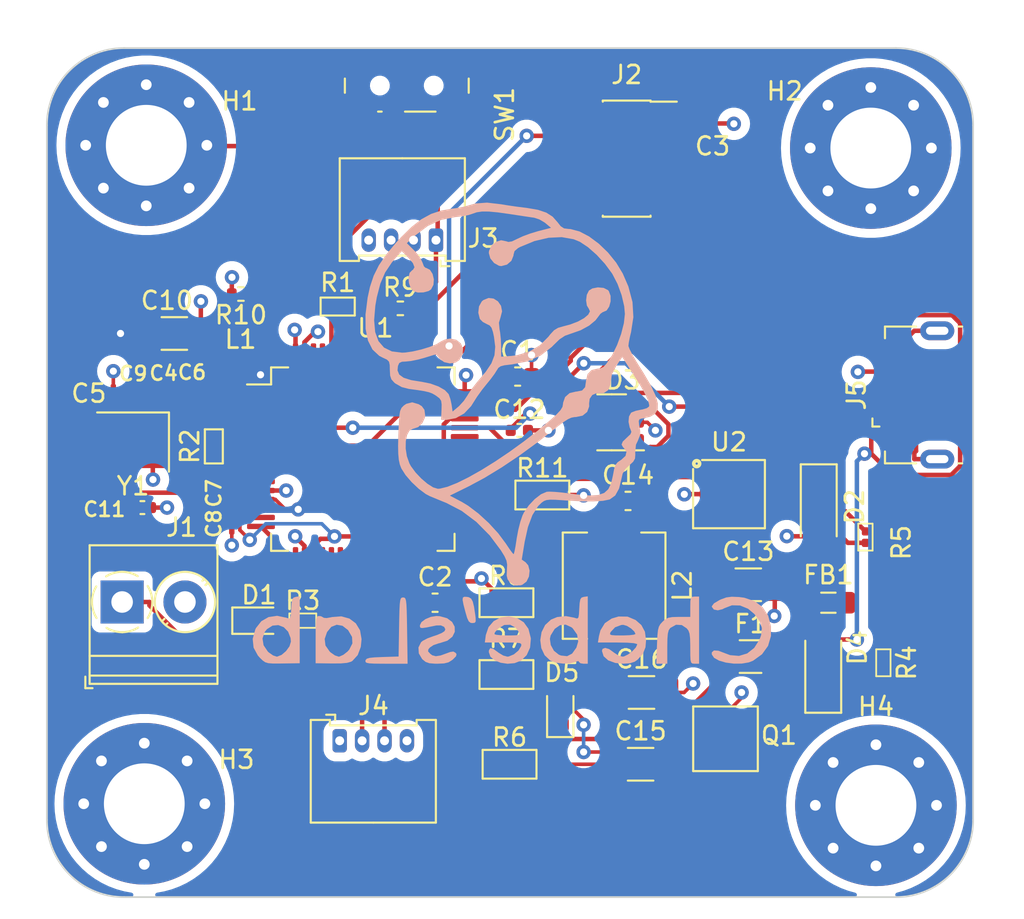
<source format=kicad_pcb>
(kicad_pcb (version 20221018) (generator pcbnew)
  (layers (0 "F.Cu" signal) (1 "In1.Cu" power) (2 "In2.Cu" power) (31 "B.Cu" signal) (34 "B.Paste" user) (35 "F.Paste" user) (36 "B.SilkS" user "B.Silkscreen") (37 "F.SilkS" user "F.Silkscreen") (38 "B.Mask" user) (39 "F.Mask" user) (44 "Edge.Cuts" user))
  (net 0 "")
  (net 1 "Net-(U1-VCAP_2)")
  (net 2 "GND")
  (net 3 "Net-(U1-VCAP_1)")
  (net 4 "+3.3V")
  (net 5 "+3.3VA")
  (net 6 "Net-(C11-Pad1)")
  (net 7 "HSE_IN")
  (net 8 "BUCK_IN")
  (net 9 "BUCK_SW")
  (net 10 "BUCK_BST")
  (net 11 "Net-(D1-K)")
  (net 12 "LED_STATUS")
  (net 13 "USB_D-")
  (net 14 "USB_D+")
  (net 15 "USB_CONN_D+")
  (net 16 "+5V")
  (net 17 "USB_CONN_D-")
  (net 18 "Net-(D4-K)")
  (net 19 "Net-(D5-K)")
  (net 20 "+12V")
  (net 21 "Net-(Q1-D)")
  (net 22 "SWDIO")
  (net 23 "SWCLK")
  (net 24 "SWO")
  (net 27 "NRST")
  (net 28 "I2C1_SCL")
  (net 29 "I2C1_SDA")
  (net 30 "USART_TX")
  (net 31 "USART_RX")
  (net 33 "unconnected-(J5-Shield-Pad6)")
  (net 34 "BOOT0")
  (net 35 "Net-(SW1-B)")
  (net 36 "HSE_OUT")
  (net 37 "BUCK_EN")
  (net 38 "BUCK_FB")
  (net 39 "Net-(R7-Pad1)")
  (footprint "PCM_Resistor_SMD_AKL:R_0603_1608Metric" (layer "F.Cu") (at 103.175 70)
    (fp_text reference "R6")
    (fp_text value "47k" hide)
  )
  (footprint "Crystal:Crystal_SMD_3225-4Pin_3.2x2.5mm" (layer "F.Cu") (at 82.2 52.05 180)
    (fp_text reference "Y1")
    (fp_text value "16MHz")
  )
  (footprint "PCM_Resistor_SMD_AKL:R_0603_1608Metric" (layer "F.Cu") (at 105 55)
    (fp_text reference "R11")
    (fp_text value "1k" hide)
  )
  (footprint "Capacitor_SMD:C_01005_0402Metric" (layer "F.Cu") (at 81.1 49.275 -90)
    (fp_text reference "C5")
    (fp_text value "100n")
  )
  (footprint "Capacitor_SMD:C_1206_3216Metric" (layer "F.Cu") (at 84.5 46)
    (fp_text reference "C10")
    (fp_text value "10n")
  )
  (footprint "Inductor_SMD:L_0805_2012Metric" (layer "F.Cu") (at 120.9375 61)
    (fp_text reference "FB1")
    (fp_text value "600 @ 600MHz")
  )
  (footprint "Fuse:Fuse_1206_3216Metric" (layer "F.Cu") (at 116.6 64)
    (fp_text reference "F1")
    (fp_text value "250mA")
  )
  (footprint "Inductor_SMD:L_0402_1005Metric" (layer "F.Cu") (at 88.185 47.5)
    (fp_text reference "L1")
    (fp_text value "39n")
  )
  (footprint "Capacitor_SMD:C_01005_0402Metric" (layer "F.Cu") (at 85 49.275 -90)
    (fp_text reference "C6")
    (fp_text value "100n")
  )
  (footprint "Capacitor_SMD:C_01005_0402Metric" (layer "F.Cu") (at 83.6 49.275 -90)
    (fp_text reference "C4")
    (fp_text value "100n")
  )
  (footprint "MountingHole:MountingHole_4.5mm_Pad_Via" (layer "F.Cu") (at 82.9344 35.5156)
    (fp_text reference "H1")
    (fp_text value "MountingHole_Pad")
  )
  (footprint "Resistor_SMD:R_0402_1005Metric" (layer "F.Cu") (at 97.09 44.6)
    (fp_text reference "R9")
    (fp_text value "2k2")
  )
  (footprint "LED_SMD:LED_0603_1608Metric" (layer "F.Cu") (at 89.2125 62)
    (fp_text reference "D1")
    (fp_text value "BLUE")
  )
  (footprint "Capacitor_SMD:C_0603_1608Metric" (layer "F.Cu") (at 103.625 48.4)
    (fp_text reference "C1")
    (fp_text value "2u2")
  )
  (footprint "Capacitor_SMD:C_1206_3216Metric" (layer "F.Cu") (at 110.525 66)
    (fp_text reference "C16")
    (fp_text value "10u")
  )
  (footprint "Inductor_SMD:L_Sunlord_MWSA0518S" (layer "F.Cu") (at 109 60.05 -90)
    (fp_text reference "L2")
    (fp_text value "10u")
  )
  (footprint "Capacitor_SMD:C_1206_3216Metric" (layer "F.Cu") (at 110.475 70)
    (fp_text reference "C15")
    (fp_text value "10u")
  )
  (footprint "Capacitor_SMD:C_0402_1005Metric" (layer "F.Cu") (at 82.72 55.7)
    (fp_text reference "C11")
    (fp_text value "12p")
  )
  (footprint "Package_TO_SOT_SMD:SOT-23-6" (layer "F.Cu") (at 108.8625 50.95 180)
    (fp_text reference "D3")
    (fp_text value "USBLC6-2SC6")
  )
  (footprint "Connector_USB:USB_Micro-B_GCT_USB3076-30-A" (layer "F.Cu") (at 125.8 49.425 90)
    (fp_text reference "J5")
    (fp_text value "USB_B_Micro")
  )
  (footprint "Connector_PinSocket_1.27mm:PinSocket_2x05_P1.27mm_Vertical_SMD" (layer "F.Cu") (at 109.7 36.26)
    (fp_text reference "J2")
    (fp_text value "SWD")
  )
  (footprint "Capacitor_SMD:C_0201_0603Metric" (layer "F.Cu") (at 114.4 33.98 -90)
    (fp_text reference "C3")
    (fp_text value "4u7")
  )
  (footprint "Button_Switch_SMD:SW_SPDT_PCM12" (layer "F.Cu") (at 97.45 32.52 180)
    (fp_text reference "SW1")
    (fp_text value "SW_SPDT")
  )
  (footprint "Capacitor_SMD:C_01005_0402Metric" (layer "F.Cu") (at 87.7 56.75 -90)
    (fp_text reference "C8")
    (fp_text value "100n")
  )
  (footprint "PCM_Package_TO_SOT_SMD_AKL:SOT-23-6" (layer "F.Cu") (at 115.4 54.95)
    (fp_text reference "U2")
    (fp_text value "MP2359DJ-LF-Z" hide)
  )
  (footprint "Connector_Molex:Molex_PicoBlade_53048-0410_1x04_P1.25mm_Horizontal" (layer "F.Cu") (at 99.075 40.8 180)
    (fp_text reference "J3")
    (fp_text value "Conn_01x04")
  )
  (footprint "PCM_Resistor_SMD_AKL:R_0201_0603Metric" (layer "F.Cu") (at 123 57.345 90)
    (fp_text reference "R5")
    (fp_text value "68k" hide)
  )
  (footprint "Diode_SMD:D_SOD-123" (layer "F.Cu") (at 120.4 55.65 -90)
    (fp_text reference "D2")
    (fp_text value "B5819W")
  )
  (footprint "Diode_SMD:D_SOD-123" (layer "F.Cu") (at 120.65 64.77 90)
    (fp_text reference "D4")
    (fp_text value "B5819W")
  )
  (footprint "PCM_Resistor_SMD_AKL:R_0603_1608Metric" (layer "F.Cu") (at 103 65 180)
    (fp_text reference "R7")
    (fp_text value "15k" hide)
  )
  (footprint "TerminalBlock_Phoenix:TerminalBlock_Phoenix_PT-1,5-2-3.5-H_1x02_P3.50mm_Horizontal" (layer "F.Cu") (at 81.59 60.96)
    (fp_text reference "J1")
    (fp_text value "Screw_Terminal_01x02")
  )
  (footprint "PCM_Resistor_SMD_AKL:R_0402_1005Metric" (layer "F.Cu") (at 93.6 44.5)
    (fp_text reference "R1")
    (fp_text value "10k" hide)
  )
  (footprint "MountingHole:MountingHole_4.5mm_Pad_Via" (layer "F.Cu") (at 82.825 72.2)
    (fp_text reference "H3")
    (fp_text value "MountingHole_Pad")
  )
  (footprint "Connector_Molex:Molex_PicoBlade_53048-0410_1x04_P1.25mm_Horizontal" (layer "F.Cu") (at 93.7094 68.6906)
    (fp_text reference "J4")
    (fp_text value "Conn_01x04")
  )
  (footprint "PCM_Resistor_SMD_AKL:R_0201_0603Metric" (layer "F.Cu") (at 91.655 62)
    (fp_text reference "R3")
    (fp_text value "1k5" hide)
  )
  (footprint "Capacitor_SMD:C_0402_1005Metric" (layer "F.Cu") (at 103.72 51.4)
    (fp_text reference "C12")
    (fp_text value "12p")
  )
  (footprint "Capacitor_SMD:C_0603_1608Metric" (layer "F.Cu") (at 99.025 61)
    (fp_text reference "C2")
    (fp_text value "2u2")
  )
  (footprint "PCM_Resistor_SMD_AKL:R_0603_1608Metric" (layer "F.Cu") (at 103 61)
    (fp_text reference "R8")
    (fp_text value "270" hide)
  )
  (footprint "Capacitor_SMD:C_1206_3216Metric" (layer "F.Cu") (at 116.475 60)
    (fp_text reference "C13")
    (fp_text value "10u")
  )
  (footprint "PCM_Resistor_SMD_AKL:R_0201_0603Metric" (layer "F.Cu") (at 124 64.345 -90)
    (fp_text reference "R4")
    (fp_text value "100k" hide)
  )
  (footprint "PCM_Package_TO_SOT_SMD_AKL:SOT-23" (layer "F.Cu") (at 115.205 68.58)
    (fp_text reference "Q1")
    (fp_text value "AO3401A" hide)
  )
  (footprint "MountingHole:MountingHole_4.5mm_Pad_Via" (layer "F.Cu") (at 123.3 35.67)
    (fp_text reference "H2")
    (fp_text value "MountingHole_Pad")
  )
  (footprint "Capacitor_SMD:C_01005_0402Metric" (layer "F.Cu") (at 82.3 49.275 -90)
    (fp_text reference "C9")
    (fp_text value "1u")
  )
  (footprint "MountingHole:MountingHole_4.5mm_Pad_Via" (layer "F.Cu") (at 123.5865 72.2865)
    (fp_text reference "H4")
    (fp_text value "MountingHole_Pad")
  )
  (footprint "Resistor_SMD:R_0402_1005Metric" (layer "F.Cu") (at 88.21 43.8 180)
    (fp_text reference "R10")
    (fp_text value "2k2")
  )
  (footprint "Capacitor_SMD:C_01005_0402Metric" (layer "F.Cu") (at 87.7 55.025 90)
    (fp_text reference "C7")
    (fp_text value "100n")
  )
  (footprint "Package_QFP:LQFP-64_10x10mm_P0.5mm" (layer "F.Cu") (at 95 53)
    (fp_text reference "U1")
    (fp_text value "STM32F405RGTx")
  )
  (footprint "PCM_Resistor_SMD_AKL:R_0402_1005Metric" (layer "F.Cu") (at 86.7 52.29 90)
    (fp_text reference "R2")
    (fp_text value "47" hide)
  )
  (footprint "LED_SMD:LED_0603_1608Metric" (layer "F.Cu") (at 106 67 90)
    (fp_text reference "D5")
    (fp_text value "RED")
  )
  (footprint "Capacitor_SMD:C_0603_1608Metric" (layer "F.Cu") (at 109.775 55.33)
    (fp_text reference "C14")
    (fp_text value "10n")
  )
  (footprint "Graphics:pcblogolarge" (layer "B.Cu") (at 103.2 51.6 180)
    (fp_text reference "G***" hide)
    (fp_text value "LOGO" hide)
  )
  (gr_arc (start 77.4 34.4) (mid 78.659441 31.359441) (end 81.7 30.1) (stroke (width 0.1)) (layer "Edge.Cuts"))
  (gr_line (start 129 34.4) (end 129 73.1) (stroke (width 0.1)) (layer "Edge.Cuts"))
  (gr_line (start 77.4 73.1) (end 77.4 34.4) (stroke (width 0.1)) (layer "Edge.Cuts"))
  (gr_arc (start 124.7 30.1) (mid 127.740559 31.359441) (end 129 34.4) (stroke (width 0.1)) (layer "Edge.Cuts"))
  (gr_arc (start 81.7 77.4) (mid 78.659441 76.140559) (end 77.4 73.1) (stroke (width 0.1)) (layer "Edge.Cuts"))
  (gr_arc (start 129 73.1) (mid 127.740559 76.140559) (end 124.7 77.4) (stroke (width 0.1)) (layer "Edge.Cuts"))
  (gr_line (start 124.7 77.4) (end 81.7 77.4) (stroke (width 0.1)) (layer "Edge.Cuts"))
  (gr_line (start 81.7 30.1) (end 124.7 30.1) (stroke (width 0.1)) (layer "Edge.Cuts"))
  (segment (start 102.85 48.4) (end 102.85 48.4832) (width 0.25) (layer "F.Cu") (net 1))
  (segment (start 102.85 48.4832) (end 101.583 49.75) (width 0.25) (layer "F.Cu") (net 1))
  (segment (start 101.583 49.75) (end 100.675 49.75) (width 0.25) (layer "F.Cu") (net 1))
  (segment (start 101.45 59.81) (end 101.61 59.65) (width 0.25) (layer "F.Cu") (net 2))
  (segment (start 87.7 57) (end 87.7 57.8) (width 0.2) (layer "F.Cu") (net 2))
  (segment (start 114.77 67.63) (end 116.1 66.3) (width 0.2) (layer "F.Cu") (net 2))
  (segment (start 117.95 60) (end 117.95 61.71) (width 0.25) (layer "F.Cu") (net 2))
  (segment (start 91.75 46.4843) (end 92.3343 45.9) (width 0.25) (layer "F.Cu") (net 2))
  (segment (start 91.75 58.675) (end 91.75 60.26) (width 0.25) (layer "F.Cu") (net 2))
  (segment (start 112.92 54.95) (end 112.91 54.96) (width 0.25) (layer "F.Cu") (net 2))
  (segment (start 83.3 52.9) (end 83.3 54.13) (width 0.25) (layer "F.Cu") (net 2))
  (segment (start 99.8 61) (end 99.8 60.47) (width 0.25) (layer "F.Cu") (net 2))
  (segment (start 113.77 67.63) (end 114.205 67.63) (width 0.2) (layer "F.Cu") (net 2))
  (segment (start 112.875 38.23) (end 112.305 38.8) (width 0.25) (layer "F.Cu") (net 2))
  (segment (start 110.85 50.95) (end 111.3 51.4) (width 0.2) (layer "F.Cu") (net 2))
  (segment (start 111.95 70) (end 111.95 69.45) (width 0.2) (layer "F.Cu") (net 2))
  (segment (start 107.28 55) (end 107.3 55.02) (width 0.25) (layer "F.Cu") (net 2))
  (segment (start 91.75 60.26) (end 91.26 60.75) (width 0.25) (layer "F.Cu") (net 2))
  (segment (start 92.23 35.17) (end 91.84 35.56) (width 0.25) (layer "F.Cu") (net 2))
  (segment (start 120.4 57.3) (end 121.66 57.3) (width 0.25) (layer "F.Cu") (net 2))
  (segment (start 91.2757 57.36) (end 91.23 57.36) (width 0.25) (layer "F.Cu") (net 2))
  (segment (start 113.02 34.3) (end 112.33 34.99) (width 0.25) (layer "F.Cu") (net 2))
  (segment (start 112.33 34.99) (end 111.5 34.99) (width 0.25) (layer "F.Cu") (net 2))
  (segment (start 93.98 35.17) (end 92.23 35.17) (width 0.25) (layer "F.Cu") (net 2))
  (segment (start 100.46 59.81) (end 101.45 59.81) (width 0.25) (layer "F.Cu") (net 2))
  (segment (start 83.2 55.7) (end 84.09 55.7) (width 0.25) (layer "F.Cu") (net 2))
  (segment (start 117.95 61.71) (end 117.92 61.74) (width 0.25) (layer "F.Cu") (net 2))
  (segment (start 81.1 51.2) (end 81.1 49.55) (width 0.25) (layer "F.Cu") (net 2))
  (segment (start 110 50.95) (end 110.85 50.95) (width 0.2) (layer "F.Cu") (net 2))
  (segment (start 105.825 55) (end 107.28 55) (width 0.25) (layer "F.Cu") (net 2))
  (segment (start 104.2 51.4) (end 105.34 51.4) (width 0.25) (layer "F.Cu") (net 2))
  (segment (start 95.2 33.95) (end 93.98 35.17) (width 0.25) (layer "F.Cu") (net 2))
  (segment (start 114.205 67.63) (end 114.77 67.63) (width 0.2) (layer "F.Cu") (net 2))
  (segment (start 83.3 54.13) (end 83.31 54.14) (width 0.25) (layer "F.Cu") (net 2))
  (segment (start 99.8 60.47) (end 100.46 59.81) (width 0.25) (layer "F.Cu") (net 2))
  (segment (start 83.6 49.525) (end 82.3 49.525) (width 0.2) (layer "F.Cu") (net 2))
  (segment (start 85 49.525) (end 83.6 49.525) (width 0.2) (layer "F.Cu") (net 2))
  (segment (start 89.325 54.75) (end 90.73 54.75) (width 0.25) (layer "F.Cu") (net 2))
  (segment (start 91.75 58.675) (end 91.75 57.8343) (width 0.25) (layer "F.Cu") (net 2))
  (segment (start 114.4 34.3) (end 113.02 34.3) (width 0.25) (layer "F.Cu") (net 2))
  (segment (start 111.95 69.45) (end 113.77 67.63) (width 0.2) (layer "F.Cu") (net 2))
  (segment (start 114.3 54.95) (end 112.92 54.95) (width 0.25) (layer "F.Cu") (net 2))
  (segment (start 112.875 36.83) (end 112.875 38.23) (width 0.25) (layer "F.Cu") (net 2))
  (segment (start 114.4 34.3) (end 115.65 34.3) (width 0.25) (layer "F.Cu") (net 2))
  (segment (start 111.5 34.99) (end 111.5 36.26) (width 0.25) (layer "F.Cu") (net 2))
  (segment (start 116.1 66.3) (end 116.1 66) (width 0.2) (layer "F.Cu") (net 2))
  (segment (start 124.35 48.125) (end 122.595 48.125) (width 0.25) (layer "F.Cu") (net 2))
  (segment (start 102.175 60.215) (end 101.61 59.65) (width 0.25) (layer "F.Cu") (net 2))
  (segment (start 118.63 57.3) (end 118.62 57.29) (width 0.25) (layer "F.Cu") (net 2))
  (segment (start 92.3343 45.9) (end 92.5 45.9) (width 0.25) (layer "F.Cu") (net 2))
  (segment (start 89.325 54.75) (end 87.725 54.75) (width 0.25) (layer "F.Cu") (net 2))
  (segment (start 102.175 61) (end 102.175 60.215) (width 0.25) (layer "F.Cu") (net 2))
  (segment (start 82.3 49.525) (end 81.1 49.525) (width 0.2) (layer "F.Cu") (net 2))
  (segment (start 104.4 48.4) (end 104.4 47.2) (width 0.2) (layer "F.Cu") (net 2))
  (segment (start 85.975 46) (end 85.975 44.215) (width 0.25) (layer "F.Cu") (net 2))
  (segment (start 122.025 57.665) (end 123 57.665) (width 0.25) (layer "F.Cu") (net 2))
  (segment (start 91.84 35.56) (end 86.0785 35.56) (width 0.25) (layer "F.Cu") (net 2))
  (segment (start 83.3 52.9) (end 83.2 52.9) (width 0.25) (layer "F.Cu") (net 2))
  (segment (start 112.305 38.8) (end 111.5 38.8) (width 0.25) (layer "F.Cu") (net 2))
  (segment (start 120.4 57.3) (end 118.63 57.3) (width 0.25) (layer "F.Cu") (net 2))
  (segment (start 111.5 36.26) (end 112.305 36.26) (width 0.25) (layer "F.Cu") (net 2))
  (segment (start 83.2 52.9) (end 81.5 51.2) (width 0.25) (layer "F.Cu") (net 2))
  (segment (start 91.75 57.8343) (end 91.2757 57.36) (width 0.25) (layer "F.Cu") (net 2))
  (segment (start 91.75 47.325) (end 91.75 46.4843) (width 0.25) (layer "F.Cu") (net 2))
  (segment (start 112.9 66) (end 113.4 65.5) (width 0.2) (layer "F.Cu") (net 2))
  (segment (start 81.5 51.2) (end 81.1 51.2) (width 0.25) (layer "F.Cu") (net 2))
  (segment (start 112.305 36.26) (end 112.875 36.83) (width 0.25) (layer "F.Cu") (net 2))
  (segment (start 91.26 60.75) (end 91.26 61.925) (width 0.25) (layer "F.Cu") (net 2))
  (segment (start 115.65 34.3) (end 115.67 34.32) (width 0.25) (layer "F.Cu") (net 2))
  (segment (start 112 66) (end 112.9 66) (width 0.2) (layer "F.Cu") (net 2))
  (segment (start 85.975 44.215) (end 85.98 44.21) (width 0.25) (layer "F.Cu") (net 2))
  (segment (start 122.595 48.125) (end 122.58 48.14) (width 0.25) (layer "F.Cu") (net 2))
  (segment (start 91.26 61.925) (end 91.335 62) (width 0.25) (layer "F.Cu") (net 2))
  (segment (start 121.66 57.3) (end 122.025 57.665) (width 0.25) (layer "F.Cu") (net 2))
  (segment (start 91.23 57.36) (end 91.23 57.3005) (width 0.25) (layer "F.Cu") (net 2))
  (via (at 107.3 55.02) (size 0.8) (drill 0.4) (layers "F.Cu" "B.Cu") (net 2))
  (via (at 83.31 54.14) (size 0.8) (drill 0.4) (layers "F.Cu" "B.Cu") (net 2))
  (via (at 101.61 59.65) (size 0.8) (drill 0.4) (layers "F.Cu" "B.Cu") (net 2))
  (via (at 116.1 66) (size 0.8) (drill 0.4) (layers "F.Cu" "B.Cu") (net 2))
  (via (at 105.34 51.4) (size 0.8) (drill 0.4) (layers "F.Cu" "B.Cu") (net 2))
  (via (at 90.73 54.75) (size 0.8) (drill 0.4) (layers "F.Cu" "B.Cu") (net 2))
  (via (at 111.3 51.4) (size 0.8) (drill 0.4) (layers "F.Cu" "B.Cu") (net 2))
  (via (at 92.5 45.9) (size 0.8) (drill 0.4) (layers "F.Cu" "B.Cu") (net 2))
  (via (at 112.91 54.96) (size 0.8) (drill 0.4) (layers "F.Cu" "B.Cu") (net 2))
  (via (at 113.4 65.5) (size 0.8) (drill 0.4) (layers "F.Cu" "B.Cu") (net 2))
  (via (at 84.09 55.7) (size 0.8) (drill 0.4) (layers "F.Cu" "B.Cu") (net 2))
  (via (at 104.4 47.2) (size 0.8) (drill 0.4) (layers "F.Cu" "B.Cu") (net 2))
  (via (at 91.23 57.3005) (size 0.8) (drill 0.4) (layers "F.Cu" "B.Cu") (net 2))
  (via (at 87.7 57.8) (size 0.8) (drill 0.4) (layers "F.Cu" "B.Cu") (net 2))
  (via (at 115.67 34.32) (size 0.8) (drill 0.4) (layers "F.Cu" "B.Cu") (net 2))
  (via (at 85.98 44.21) (size 0.8) (drill 0.4) (layers "F.Cu" "B.Cu") (net 2))
  (via (at 118.62 57.29) (size 0.8) (drill 0.4) (layers "F.Cu" "B.Cu") (net 2))
  (via (at 117.92 61.74) (size 0.8) (drill 0.4) (layers "F.Cu" "B.Cu") (net 2))
  (via (at 122.58 48.14) (size 0.8) (drill 0.4) (layers "F.Cu" "B.Cu") (net 2))
  (segment (start 98.25 61) (end 98.25 58.675) (width 0.25) (layer "F.Cu") (net 3))
  (segment (start 107.3 69.3174) (end 108.317 69.3174) (width 0.2) (layer "F.Cu") (net 4))
  (segment (start 109 65.95) (end 109 62.1) (width 0.2) (layer "F.Cu") (net 4))
  (segment (start 87.7 56.5) (end 87.9303 56.5) (width 0.2) (layer "F.Cu") (net 4))
  (segment (start 103.63 32.74) (end 102.18 34.19) (width 0.25) (layer "F.Cu") (net 4))
  (segment (start 99.075 43.125) (end 97.6 44.6) (width 0.25) (layer "F.Cu") (net 4))
  (segment (start 92.25 58.675) (end 92.25 57.8343) (width 0.25) (layer "F.Cu") (net 4))
  (segment (start 92.6443 57.44) (end 93.45 57.44) (width 0.25) (layer "F.Cu") (net 4))
  (segment (start 92.25 57.8343) (end 92.6443 57.44) (width 0.25) (layer "F.Cu") (net 4))
  (segment (start 87.9303 56.5) (end 88.15 56.7197) (width 0.2) (layer "F.Cu") (net 4))
  (segment (start 88.25 49.25) (end 89.325 49.25) (width 0.25) (layer "F.Cu") (net 4))
  (segment (start 106 66.2125) (end 108.838 66.2125) (width 0.2) (layer "F.Cu") (net 4))
  (segment (start 87.7 55.275) (end 87.7 56.5) (width 0.2) (layer "F.Cu") (net 4))
  (segment (start 83.6 49.025) (end 85 49.025) (width 0.2) (layer "F.Cu") (net 4))
  (segment (start 88.15 56.7197) (end 88.15 56.95) (width 0.2) (layer "F.Cu") (net 4))
  (segment (start 99.17 34.48) (end 99.17 40.705) (width 0.25) (layer "F.Cu") (net 4))
  (segment (start 99.075 40.8) (end 99.075 43.125) (width 0.25) (layer "F.Cu") (net 4))
  (segment (start 99.7 33.95) (end 99.17 34.48) (width 0.25) (layer "F.Cu") (net 4))
  (segment (start 98.75 57.8343) (end 98.2229 57.3072) (width 0.25) (layer "F.Cu") (net 4))
  (segment (start 111.5 33.72) (end 114.34 33.72) (width 0.25) (layer "F.Cu") (net 4))
  (segment (start 91.25 47.325) (end 91.25 45.85) (width 0.25) (layer "F.Cu") (net 4))
  (segment (start 110.52 32.74) (end 103.63 32.74) (width 0.25) (layer "F.Cu") (net 4))
  (segment (start 99.17 40.705) (end 99.075 40.8) (width 0.25) (layer "F.Cu") (net 4))
  (segment (start 100.675 48.395) (end 100.75 48.32) (width 0.25) (layer "F.Cu") (net 4))
  (segment (start 93.45 57.3372) (end 93.4201 57.3072) (width 0.25) (layer "F.Cu") (net 4))
  (segment (start 85.5 49) (end 85 49) (width 0.25) (layer "F.Cu") (net 4))
  (segment (start 93.45 57.44) (end 93.45 57.3372) (width 0.25) (layer "F.Cu") (net 4))
  (segment (start 98.2229 57.3072) (end 93.4201 57.3072) (width 0.25) (layer "F.Cu") (net 4))
  (segment (start 87.7 43.8) (end 87.7 42.88) (width 0.25) (layer "F.Cu") (net 4))
  (segment (start 108.838 66.2125) (end 109.05 66) (width 0.2) (layer "F.Cu") (net 4))
  (segment (start 107.3 67.5125) (end 107.3 67.8) (width 0.2) (layer "F.Cu") (net 4))
  (segment (start 109.05 66) (end 109 65.95) (width 0.2) (layer "F.Cu") (net 4))
  (segment (start 98.75 58.675) (end 98.75 57.8343) (width 0.25) (layer "F.Cu") (net 4))
  (segment (start 85.8 48.7) (end 85.5 49) (width 0.25) (layer "F.Cu") (net 4))
  (segment (start 106 66.2125) (end 107.3 67.5125) (width 0.2) (layer "F.Cu") (net 4))
  (segment (start 87.7 48.7) (end 88.25 49.25) (width 0.25) (layer "F.Cu") (net 4))
  (segment (start 87.7 43.8) (end 87.7 47.5) (width 0.25) (layer "F.Cu") (net 4))
  (segment (start 91.25 45.85) (end 91.2 45.8) (width 0.25) (layer "F.Cu") (net 4))
  (segment (start 99.94 34.19) (end 99.7 33.95) (width 0.25) (layer "F.Cu") (net 4))
  (segment (start 87.7 42.88) (end 87.71 42.87) (width 0.25) (layer "F.Cu") (net 4))
  (segment (start 87.7 47.5) (end 87.7 48.7) (width 0.25) (layer "F.Cu") (net 4))
  (segment (start 100.675 49.25) (end 100.675 48.395) (width 0.25) (layer "F.Cu") (net 4))
  (segment (start 114.34 33.72) (end 114.4 33.66) (width 0.25) (layer "F.Cu") (net 4))
  (segment (start 81.1 49.025) (end 81.1 48.1) (width 0.2) (layer "F.Cu") (net 4))
  (segment (start 109 70) (end 104 70) (width 0.2) (layer "F.Cu") (net 4))
  (segment (start 111.5 33.72) (end 110.52 32.74) (width 0.25) (layer "F.Cu") (net 4))
  (segment (start 108.317 69.3174) (end 109 70) (width 0.2) (layer "F.Cu") (net 4))
  (segment (start 87.7 48.7) (end 85.8 48.7) (width 0.25) (layer "F.Cu") (net 4))
  (segment (start 102.18 34.19) (end 99.94 34.19) (width 0.25) (layer "F.Cu") (net 4))
  (segment (start 88.15 56.95) (end 88.7 57.5) (width 0.2) (layer "F.Cu") (net 4))
  (via (at 88.7 57.5) (size 0.8) (drill 0.4) (layers "F.Cu" "B.Cu") (net 4))
  (via (at 107.3 67.8) (size 0.8) (drill 0.4) (layers "F.Cu" "B.Cu") (net 4))
  (via (at 100.75 48.32) (size 0.8) (drill 0.4) (layers "F.Cu" "B.Cu") (net 4))
  (via (at 107.3 69.3174) (size 0.8) (drill 0.4) (layers "F.Cu" "B.Cu") (net 4))
  (via (at 81.1 48.1) (size 0.8) (drill 0.4) (layers "F.Cu" "B.Cu") (net 4))
  (via (at 93.4201 57.3072) (size 0.8) (drill 0.4) (layers "F.Cu" "B.Cu") (net 4))
  (via (at 91.2 45.8) (size 0.8) (drill 0.4) (layers "F.Cu" "B.Cu") (net 4))
  (via (at 87.71 42.87) (size 0.8) (drill 0.4) (layers "F.Cu" "B.Cu") (net 4))
  (segment (start 107.3 67.8) (end 107.3 69.3174) (width 0.2) (layer "B.Cu") (net 4))
  (segment (start 89.5995 56.6005) (end 92.7133 56.6005) (width 0.2) (layer "B.Cu") (net 4))
  (segment (start 88.7 57.5) (end 89.5995 56.6005) (width 0.2) (layer "B.Cu") (net 4))
  (segment (start 92.7133 56.6005) (end 93.4201 57.3072) (width 0.2) (layer "B.Cu") (net 4))
  (segment (start 88.67 47.67) (end 89.3 48.3) (width 0.25) (layer "F.Cu") (net 5))
  (segment (start 82.3 46.725) (end 83.025 46) (width 0.2) (layer "F.Cu") (net 5))
  (segment (start 88.67 47.5) (end 88.67 47.67) (width 0.25) (layer "F.Cu") (net 5))
  (segment (start 90.6803 55.8) (end 91.4 55.8) (width 0.2) (layer "F.Cu") (net 5))
  (segment (start 82.3 49.025) (end 82.3 46.725) (width 0.2) (layer "F.Cu") (net 5))
  (segment (start 90.1303 55.25) (end 90.6803 55.8) (width 0.2) (layer "F.Cu") (net 5))
  (segment (start 83.025 46) (end 81.5 46) (width 0.25) (layer "F.Cu") (net 5))
  (segment (start 89.325 55.25) (end 90.1303 55.25) (width 0.2) (layer "F.Cu") (net 5))
  (via (at 89.3 48.3) (size 0.8) (drill 0.4) (layers "F.Cu" "B.Cu") (net 5))
  (via (at 81.5 46) (size 0.8) (drill 0.4) (layers "F.Cu" "B.Cu") (net 5))
  (via (at 91.4 55.8) (size 0.8) (drill 0.4) (layers "F.Cu" "B.Cu") (net 5))
  (segment (start 81.1 52.9) (end 81.1 53.8251) (width 0.25) (layer "F.Cu") (net 6))
  (segment (start 82.24 54.8694) (end 82.24 55.7) (width 0.25) (layer "F.Cu") (net 6))
  (segment (start 86.7 52.8) (end 84.6306 54.8694) (width 0.25) (layer "F.Cu") (net 6))
  (segment (start 81.1 53.8251) (end 81.1957 53.8251) (width 0.25) (layer "F.Cu") (net 6))
  (segment (start 84.6306 54.8694) (end 82.24 54.8694) (width 0.25) (layer "F.Cu") (net 6))
  (segment (start 81.1957 53.8251) (end 82.24 54.8694) (width 0.25) (layer "F.Cu") (net 6))
  (segment (start 104.316 50.4622) (end 104.091 50.4622) (width 0.25) (layer "F.Cu") (net 7))
  (segment (start 84.3855 51.1396) (end 87.0792 51.1396) (width 0.25) (layer "F.Cu") (net 7))
  (segment (start 83.3 51.2) (end 84.3251 51.2) (width 0.25) (layer "F.Cu") (net 7))
  (segment (start 103.24 51.3136) (end 103.24 51.4) (width 0.25) (layer "F.Cu") (net 7))
  (segment (start 84.3251 51.2) (end 84.3855 51.1396) (width 0.25) (layer "F.Cu") (net 7))
  (segment (start 87.1896 51.25) (end 89.325 51.25) (width 0.25) (layer "F.Cu") (net 7))
  (segment (start 104.091 50.4622) (end 103.24 51.3136) (width 0.25) (layer "F.Cu") (net 7))
  (segment (start 87.0792 51.1396) (end 87.1896 51.25) (width 0.25) (layer "F.Cu") (net 7))
  (segment (start 89.325 51.25) (end 94.4387 51.25) (width 0.25) (layer "F.Cu") (net 7))
  (via (at 104.316 50.4622) (size 0.8) (drill 0.4) (layers "F.Cu" "B.Cu") (net 7))
  (via (at 94.4387 51.25) (size 0.8) (drill 0.4) (layers "F.Cu" "B.Cu") (net 7))
  (segment (start 104.316 50.4622) (end 103.528 51.25) (width 0.25) (layer "B.Cu") (net 7))
  (segment (start 103.528 51.25) (end 94.4387 51.25) (width 0.25) (layer "B.Cu") (net 7))
  (segment (start 121.137 60.8802) (end 118.995 58.7387) (width 0.25) (layer "F.Cu") (net 8))
  (segment (start 121.137 61) (end 122 61) (width 0.25) (layer "F.Cu") (net 8))
  (segment (start 115.595 55.5343) (end 115.595 58.0722) (width 0.25) (layer "F.Cu") (net 8))
  (segment (start 118.995 58.7387) (end 116.261 58.7387) (width 0.25) (layer "F.Cu") (net 8))
  (segment (start 119.702 63.5676) (end 119.702 62.6615) (width 0.25) (layer "F.Cu") (net 8))
  (segment (start 115.595 58.0722) (end 116.261 58.7387) (width 0.25) (layer "F.Cu") (net 8))
  (segment (start 116.261 58.7387) (end 115 60) (width 0.25) (layer "F.Cu") (net 8))
  (segment (start 120.799 64.665) (end 119.702 63.5676) (width 0.25) (layer "F.Cu") (net 8))
  (segment (start 121.137 61.2268) (end 121.137 61) (width 0.25) (layer "F.Cu") (net 8))
  (segment (start 119.702 62.6615) (end 121.137 61.2268) (width 0.25) (layer "F.Cu") (net 8))
  (segment (start 116.179 54.95) (end 115.595 55.5343) (width 0.25) (layer "F.Cu") (net 8))
  (segment (start 116.5 54.95) (end 116.179 54.95) (width 0.25) (layer "F.Cu") (net 8))
  (segment (start 124 64.665) (end 120.799 64.665) (width 0.25) (layer "F.Cu") (net 8))
  (segment (start 121.137 61) (end 121.137 60.8802) (width 0.25) (layer "F.Cu") (net 8))
  (segment (start 115.803 53.3028) (end 111.027 53.3028) (width 0.25) (layer "F.Cu") (net 9))
  (segment (start 109 55.33) (end 109 58) (width 0.25) (layer "F.Cu") (net 9))
  (segment (start 111.027 53.3028) (end 109 55.33) (width 0.25) (layer "F.Cu") (net 9))
  (segment (start 116.5 54) (end 115.803 53.3028) (width 0.25) (layer "F.Cu") (net 9))
  (segment (start 120.4 54) (end 116.5 54) (width 0.25) (layer "F.Cu") (net 9))
  (segment (start 110.55 55.33) (end 111.88 54) (width 0.25) (layer "F.Cu") (net 10))
  (segment (start 111.88 54) (end 114.3 54) (width 0.25) (layer "F.Cu") (net 10))
  (segment (start 91.4194 62.8252) (end 91.975 62.2696) (width 0.25) (layer "F.Cu") (net 11))
  (segment (start 88.425 62) (end 89.2502 62.8252) (width 0.25) (layer "F.Cu") (net 11))
  (segment (start 89.2502 62.8252) (end 91.4194 62.8252) (width 0.25) (layer "F.Cu") (net 11))
  (segment (start 91.975 62.2696) (end 91.975 62) (width 0.25) (layer "F.Cu") (net 11))
  (segment (start 90 57.425) (end 89.325 56.75) (width 0.25) (layer "F.Cu") (net 12))
  (segment (start 90 62) (end 90 57.425) (width 0.25) (layer "F.Cu") (net 12))
  (segment (start 110 51.9) (end 109.324 52.5765) (width 0.25) (layer "F.Cu") (net 13))
  (segment (start 109.324 52.5765) (end 103.386 52.5765) (width 0.25) (layer "F.Cu") (net 13))
  (segment (start 102.059 51.25) (end 100.675 51.25) (width 0.25) (layer "F.Cu") (net 13))
  (segment (start 103.386 52.5765) (end 102.059 51.25) (width 0.25) (layer "F.Cu") (net 13))
  (segment (start 109.242 54.0981) (end 103.85 54.0981) (width 0.25) (layer "F.Cu") (net 14))
  (segment (start 111.4 52.3256) (end 111.015 52.3256) (width 0.25) (layer "F.Cu") (net 14))
  (segment (start 99.7689 57.2504) (end 99.5101 56.9916) (width 0.25) (layer "F.Cu") (net 14))
  (segment (start 111.015 52.3256) (end 109.242 54.0981) (width 0.25) (layer "F.Cu") (net 14))
  (segment (start 103.027 55.781) (end 101.558 57.2504) (width 0.25) (layer "F.Cu") (net 14))
  (segment (start 99.8267 50.75) (end 100.675 50.75) (width 0.25) (layer "F.Cu") (net 14))
  (segment (start 112.025 51.056) (end 112.025 51.7003) (width 0.25) (layer "F.Cu") (net 14))
  (segment (start 101.558 57.2504) (end 99.7689 57.2504) (width 0.25) (layer "F.Cu") (net 14))
  (segment (start 103.85 54.0981) (end 103.027 54.9203) (width 0.25) (layer "F.Cu") (net 14))
  (segment (start 99.5101 56.9916) (end 99.5101 51.0666) (width 0.25) (layer "F.Cu") (net 14))
  (segment (start 110.969 50) (end 112.025 51.056) (width 0.25) (layer "F.Cu") (net 14))
  (segment (start 112.025 51.7003) (end 111.4 52.3256) (width 0.25) (layer "F.Cu") (net 14))
  (segment (start 99.5101 51.0666) (end 99.8267 50.75) (width 0.25) (layer "F.Cu") (net 14))
  (segment (start 110 50) (end 110.969 50) (width 0.25) (layer "F.Cu") (net 14))
  (segment (start 103.027 54.9203) (end 103.027 55.781) (width 0.25) (layer "F.Cu") (net 14))
  (segment (start 108.414 49.3107) (end 107.725 50) (width 0.25) (layer "F.Cu") (net 15))
  (segment (start 123.211 49.3107) (end 108.414 49.3107) (width 0.25) (layer "F.Cu") (net 15))
  (segment (start 124.35 49.425) (end 123.325 49.425) (width 0.25) (layer "F.Cu") (net 15))
  (segment (start 123.325 49.425) (end 123.211 49.3107) (width 0.25) (layer "F.Cu") (net 15))
  (segment (start 107.333 50.95) (end 106.68 50.297) (width 0.25) (layer "F.Cu") (net 16))
  (segment (start 124.35 50.725) (end 123.325 50.725) (width 0.25) (layer "F.Cu") (net 16))
  (segment (start 106.68 50.297) (end 106.68 49.6409) (width 0.25) (layer "F.Cu") (net 16))
  (segment (start 127.824 44.9786) (end 128.277 45.4314) (width 0.25) (layer "F.Cu") (net 16))
  (segment (start 107.725 50.95) (end 107.333 50.95) (width 0.25) (layer "F.Cu") (net 16))
  (segment (start 106.68 49.6409) (end 111.342 44.9786) (width 0.25) (layer "F.Cu") (net 16))
  (segment (start 128.277 45.4314) (end 128.277 53.3833) (width 0.25) (layer "F.Cu") (net 16))
  (segment (start 127.778 53.8821) (end 124.51 53.8821) (width 0.25) (layer "F.Cu") (net 16))
  (segment (start 128.277 53.3833) (end 127.778 53.8821) (width 0.25) (layer "F.Cu") (net 16))
  (segment (start 122.525 63.0505) (end 120.72 63.0505) (width 0.25) (layer "F.Cu") (net 16))
  (segment (start 124.51 53.8821) (end 123.325 52.6971) (width 0.25) (layer "F.Cu") (net 16))
  (segment (start 111.342 44.9786) (end 127.824 44.9786) (width 0.25) (layer "F.Cu") (net 16))
  (segment (start 123.325 52.6971) (end 122.948 52.6971) (width 0.25) (layer "F.Cu") (net 16))
  (segment (start 120.72 63.0505) (end 120.65 63.12) (width 0.25) (layer "F.Cu") (net 16))
  (segment (start 123.325 50.725) (end 123.325 52.6971) (width 0.25) (layer "F.Cu") (net 16))
  (via (at 122.948 52.6971) (size 0.8) (drill 0.4) (layers "F.Cu" "B.Cu") (net 16))
  (via (at 122.525 63.0505) (size 0.8) (drill 0.4) (layers "F.Cu" "B.Cu") (net 16))
  (segment (start 122.525 63.0505) (end 122.525 53.12) (width 0.25) (layer "B.Cu") (net 16))
  (segment (start 122.525 53.12) (end 122.948 52.6971) (width 0.25) (layer "B.Cu") (net 16))
  (segment (start 106.199 50.8247) (end 106.199 48.7669) (width 0.25) (layer "F.Cu") (net 17))
  (segment (start 107.725 51.9) (end 107.275 51.9) (width 0.25) (layer "F.Cu") (net 17))
  (segment (start 107.275 51.9) (end 106.199 50.8247) (width 0.25) (layer "F.Cu") (net 17))
  (segment (start 106.199 48.7669) (end 107.308 47.6581) (width 0.25) (layer "F.Cu") (net 17))
  (segment (start 112.069 50.075) (end 124.35 50.075) (width 0.25) (layer "F.Cu") (net 17))
  (via (at 107.308 47.6581) (size 0.8) (drill 0.4) (layers "F.Cu" "B.Cu") (net 17))
  (via (at 112.069 50.075) (size 0.8) (drill 0.4) (layers "F.Cu" "B.Cu") (net 17))
  (segment (start 107.308 47.6581) (end 109.652 47.6581) (width 0.25) (layer "B.Cu") (net 17))
  (segment (start 109.652 47.6581) (end 112.069 50.075) (width 0.25) (layer "B.Cu") (net 17))
  (segment (start 119.875 61) (end 119.224 61.651) (width 0.25) (layer "F.Cu") (net 18))
  (segment (start 117.54 69.53) (end 114.205 69.53) (width 0.25) (layer "F.Cu") (net 18))
  (segment (start 120.65 66.42) (end 117.54 69.53) (width 0.25) (layer "F.Cu") (net 18))
  (segment (start 119.224 64.994) (end 120.65 66.42) (width 0.25) (layer "F.Cu") (net 18))
  (segment (start 119.224 61.651) (end 119.224 64.994) (width 0.25) (layer "F.Cu") (net 18))
  (segment (start 105.099 55.924) (end 104.175 55) (width 0.25) (layer "F.Cu") (net 19))
  (segment (start 106 67.7875) (end 105.099 66.8865) (width 0.25) (layer "F.Cu") (net 19))
  (segment (start 105.099 66.8865) (end 105.099 55.924) (width 0.25) (layer "F.Cu") (net 19))
  (segment (start 115.2 64) (end 115.2 64.8919) (width 0.25) (layer "F.Cu") (net 20))
  (segment (start 115.2 64.8919) (end 110.475 69.6169) (width 0.25) (layer "F.Cu") (net 20))
  (segment (start 81.59 60.96) (end 83.1151 60.96) (width 0.25) (layer "F.Cu") (net 20))
  (segment (start 109.5783 71.2304) (end 93.1949 71.2304) (width 0.25) (layer "F.Cu") (net 20))
  (segment (start 93.1949 71.2304) (end 83.1151 61.1506) (width 0.25) (layer "F.Cu") (net 20))
  (segment (start 110.475 70.3337) (end 109.5783 71.2304) (width 0.25) (layer "F.Cu") (net 20))
  (segment (start 83.1151 61.1506) (end 83.1151 60.96) (width 0.25) (layer "F.Cu") (net 20))
  (segment (start 110.475 69.6169) (end 110.475 70.3337) (width 0.25) (layer "F.Cu") (net 20))
  (segment (start 118 64) (end 118 66.785) (width 0.25) (layer "F.Cu") (net 21))
  (segment (start 118 66.785) (end 116.205 68.58) (width 0.25) (layer "F.Cu") (net 21))
  (segment (start 109.275 44.6657) (end 106.583 47.3578) (width 0.25) (layer "F.Cu") (net 22))
  (segment (start 104.672 49.431) (end 104.322 49.431) (width 0.25) (layer "F.Cu") (net 22))
  (segment (start 109.275 33.72) (end 109.275 44.6657) (width 0.25) (layer "F.Cu") (net 22))
  (segment (start 104.322 49.431) (end 103.503 50.25) (width 0.25) (layer "F.Cu") (net 22))
  (segment (start 106.583 47.3578) (end 106.583 47.52) (width 0.25) (layer "F.Cu") (net 22))
  (segment (start 106.583 47.52) (end 104.672 49.431) (width 0.25) (layer "F.Cu") (net 22))
  (segment (start 103.503 50.25) (end 100.675 50.25) (width 0.25) (layer "F.Cu") (net 22))
  (segment (start 107.9 33.72) (end 109.275 33.72) (width 0.25) (layer "F.Cu") (net 22))
  (segment (start 99.3811 46.6939) (end 98.75 47.325) (width 0.25) (layer "F.Cu") (net 23))
  (segment (start 107.9 34.99) (end 104.127 34.99) (width 0.25) (layer "F.Cu") (net 23))
  (segment (start 99.8037 46.6939) (end 99.3811 46.6939) (width 0.25) (layer "F.Cu") (net 23))
  (via (at 99.8037 46.6939) (size 0.8) (drill 0.4) (layers "F.Cu" "B.Cu") (net 23))
  (via (at 104.127 34.99) (size 0.8) (drill 0.4) (layers "F.Cu" "B.Cu") (net 23))
  (segment (start 99.8037 46.6939) (end 99.8037 39.3135) (width 0.25) (layer "B.Cu") (net 23))
  (segment (start 99.8037 39.3135) (end 104.127 34.99) (width 0.25) (layer "B.Cu") (net 23))
  (segment (start 106.525 36.26) (end 106.525 36.6804) (width 0.25) (layer "F.Cu") (net 24))
  (segment (start 106.525 36.6804) (end 97.5147 45.6906) (width 0.25) (layer "F.Cu") (net 24))
  (segment (start 107.9 36.26) (end 106.525 36.26) (width 0.25) (layer "F.Cu") (net 24))
  (segment (start 95.75 46.4056) (end 95.75 47.325) (width 0.25) (layer "F.Cu") (net 24))
  (segment (start 96.465 45.6906) (end 95.75 46.4056) (width 0.25) (layer "F.Cu") (net 24))
  (segment (start 97.5147 45.6906) (end 96.465 45.6906) (width 0.25) (layer "F.Cu") (net 24))
  (segment (start 95.2731 52.25) (end 89.325 52.25) (width 0.25) (layer "F.Cu") (net 27))
  (segment (start 107.9 38.8) (end 106.525 38.8) (width 0.25) (layer "F.Cu") (net 27))
  (segment (start 106.525 40.9982) (end 95.2731 52.25) (width 0.25) (layer "F.Cu") (net 27))
  (segment (start 106.525 38.8) (end 106.525 40.9982) (width 0.25) (layer "F.Cu") (net 27))
  (segment (start 97.825 40.8) (end 97.825 43.355) (width 0.25) (layer "F.Cu") (net 28))
  (segment (start 96.1337 44.6) (end 94.25 46.4837) (width 0.25) (layer "F.Cu") (net 28))
  (segment (start 97.825 43.355) (end 96.58 44.6) (width 0.25) (layer "F.Cu") (net 28))
  (segment (start 94.25 46.4837) (end 94.25 47.325) (width 0.25) (layer "F.Cu") (net 28))
  (segment (start 96.58 44.6) (end 96.1337 44.6) (width 0.25) (layer "F.Cu") (net 28))
  (segment (start 93.5165 48.4423) (end 91.0187 48.4423) (width 0.25) (layer "F.Cu") (net 29))
  (segment (start 93.75 45.8993) (end 93.75 47.325) (width 0.25) (layer "F.Cu") (net 29))
  (segment (start 91.0187 48.4423) (end 88.72 46.1436) (width 0.25) (layer "F.Cu") (net 29))
  (segment (start 93.75 48.2088) (end 93.5165 48.4423) (width 0.25) (layer "F.Cu") (net 29))
  (segment (start 96.575 40.8) (end 96.575 43.0743) (width 0.25) (layer "F.Cu") (net 29))
  (segment (start 96.575 43.0743) (end 93.75 45.8993) (width 0.25) (layer "F.Cu") (net 29))
  (segment (start 88.72 46.1436) (end 88.72 43.8) (width 0.25) (layer "F.Cu") (net 29))
  (segment (start 93.75 47.325) (end 93.75 48.2088) (width 0.25) (layer "F.Cu") (net 29))
  (segment (start 94.9594 62.0661) (end 94.9594 68.6906) (width 0.25) (layer "F.Cu") (net 30))
  (segment (start 97.25 59.7755) (end 94.9594 62.0661) (width 0.25) (layer "F.Cu") (net 30))
  (segment (start 97.25 59.8234) (end 97.25 59.7755) (width 0.25) (layer "F.Cu") (net 30))
  (segment (start 97.25 59.7755) (end 97.25 58.675) (width 0.25) (layer "F.Cu") (net 30))
  (segment (start 96.2094 61.5007) (end 96.2094 68.6906) (width 0.25) (layer "F.Cu") (net 31))
  (segment (start 97.75 59.9601) (end 97.75 58.675) (width 0.25) (layer "F.Cu") (net 31))
  (segment (start 97.75 59.9601) (end 96.2094 61.5007) (width 0.25) (layer "F.Cu") (net 31))
  (segment (start 124.77 51.745) (end 125.82 51.745) (width 0.25) (layer "F.Cu") (net 33))
  (segment (start 125.215 47.0999) (end 127 47.0999) (width 0.25) (layer "F.Cu") (net 33))
  (segment (start 125.37 46.2049) (end 124.77 46.2049) (width 0.25) (layer "F.Cu") (net 33))
  (segment (start 124.77 46.6549) (end 125.215 47.0999) (width 0.25) (layer "F.Cu") (net 33))
  (segment (start 127 50.55) (end 127 50.5651) (width 0.25) (layer "F.Cu") (net 33))
  (segment (start 125.725 52.6478) (end 125.82 52.5526) (width 0.25) (layer "F.Cu") (net 33))
  (segment (start 124.77 46.2049) (end 124.77 46.6549) (width 0.25) (layer "F.Cu") (net 33))
  (segment (start 127 48.3) (end 127 50.55) (width 0.25) (layer "F.Cu") (net 33))
  (segment (start 125.725 53) (end 125.725 52.6478) (width 0.25) (layer "F.Cu") (net 33))
  (segment (start 127 53) (end 125.725 53) (width 0.25) (layer "F.Cu") (net 33))
  (segment (start 127 45.85) (end 125.725 45.85) (width 0.25) (layer "F.Cu") (net 33))
  (segment (start 125.82 52.5526) (end 125.82 51.745) (width 0.25) (layer "F.Cu") (net 33))
  (segment (start 127 50.5651) (end 125.82 51.745) (width 0.25) (layer "F.Cu") (net 33))
  (segment (start 124.77 47.105) (end 124.77 46.6549) (width 0.25) (layer "F.Cu") (net 33))
  (segment (start 127 47.0999) (end 127 48.3) (width 0.25) (layer "F.Cu") (net 33))
  (segment (start 125.725 45.85) (end 125.37 46.2049) (width 0.25) (layer "F.Cu") (net 33))
  (segment (start 93.25 44.66) (end 93.25 47.325) (width 0.25) (layer "F.Cu") (net 34))
  (segment (start 93.09 44.5) (end 93.25 44.66) (width 0.25) (layer "F.Cu") (net 34))
  (segment (start 94.11 40.6976) (end 96.7 38.1076) (width 0.25) (layer "F.Cu") (net 35))
  (segment (start 94.11 44.5) (end 94.11 40.6976) (width 0.25) (layer "F.Cu") (net 35))
  (segment (start 96.7 38.1076) (end 96.7 33.95) (width 0.25) (layer "F.Cu") (net 35))
  (segment (start 86.73 51.75) (end 89.325 51.75) (width 0.25) (layer "F.Cu") (net 36))
  (segment (start 86.7 51.78) (end 86.73 51.75) (width 0.25) (layer "F.Cu") (net 36))
  (segment (start 124 57.7773) (end 123.248 57.025) (width 0.25) (layer "F.Cu") (net 37))
  (segment (start 121.875 55.9) (end 116.5 55.9) (width 0.25) (layer "F.Cu") (net 37))
  (segment (start 124 64.025) (end 124 57.7773) (width 0.25) (layer "F.Cu") (net 37))
  (segment (start 123.248 57.025) (end 123 57.025) (width 0.25) (layer "F.Cu") (net 37))
  (segment (start 123 57.025) (end 121.875 55.9) (width 0.25) (layer "F.Cu") (net 37))
  (segment (start 102.175 68.4179) (end 102.35 68.5929) (width 0.25) (layer "F.Cu") (net 38))
  (segment (start 110.525 64.7738) (end 114.078 61.2209) (width 0.25) (layer "F.Cu") (net 38))
  (segment (start 108.29 68.5929) (end 110.525 66.3575) (width 0.25) (layer "F.Cu") (net 38))
  (segment (start 102.35 70) (end 102.35 68.5929) (width 0.25) (layer "F.Cu") (net 38))
  (segment (start 110.525 66.3575) (end 110.525 64.7738) (width 0.25) (layer "F.Cu") (net 38))
  (segment (start 102.175 65) (end 102.175 68.4179) (width 0.25) (layer "F.Cu") (net 38))
  (segment (start 114.078 61.2209) (end 114.078 56.1221) (width 0.25) (layer "F.Cu") (net 38))
  (segment (start 102.35 68.5929) (end 108.29 68.5929) (width 0.25) (layer "F.Cu") (net 38))
  (segment (start 114.078 56.1221) (end 114.3 55.9) (width 0.25) (layer "F.Cu") (net 38))
  (segment (start 103.825 65) (end 103.825 61) (width 0.25) (layer "F.Cu") (net 39))
  (zone (net 5) (net_name "+3.3VA") (layer "B.Cu") (priority 2) (connect_pads (clearance 0.5)) (min_thickness 0.25) (fill yes (thermal_gap 0.5) (thermal_bridge_width 0.5))
    (polygon (pts (xy 77.4 30.1) (xy 129 30.1) (xy 129 77.4) (xy 77.4 77.4)))
  )
)
</source>
